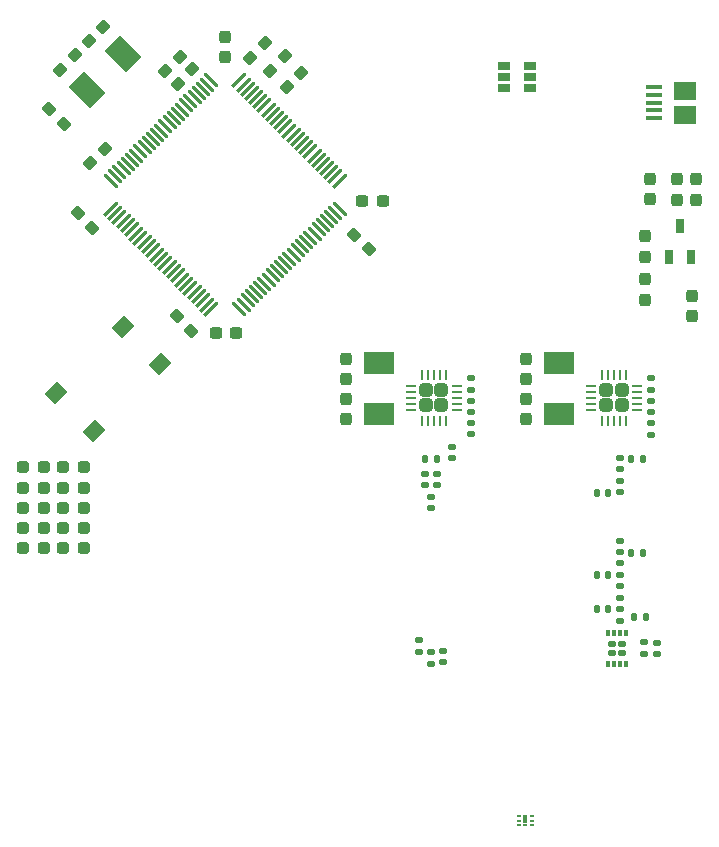
<source format=gbr>
%TF.GenerationSoftware,KiCad,Pcbnew,(6.0.1)*%
%TF.CreationDate,2022-01-19T11:33:41-06:00*%
%TF.ProjectId,Telemetry_KiCAD_Project,54656c65-6d65-4747-9279-5f4b69434144,rev?*%
%TF.SameCoordinates,Original*%
%TF.FileFunction,Paste,Top*%
%TF.FilePolarity,Positive*%
%FSLAX46Y46*%
G04 Gerber Fmt 4.6, Leading zero omitted, Abs format (unit mm)*
G04 Created by KiCad (PCBNEW (6.0.1)) date 2022-01-19 11:33:41*
%MOMM*%
%LPD*%
G01*
G04 APERTURE LIST*
G04 Aperture macros list*
%AMRoundRect*
0 Rectangle with rounded corners*
0 $1 Rounding radius*
0 $2 $3 $4 $5 $6 $7 $8 $9 X,Y pos of 4 corners*
0 Add a 4 corners polygon primitive as box body*
4,1,4,$2,$3,$4,$5,$6,$7,$8,$9,$2,$3,0*
0 Add four circle primitives for the rounded corners*
1,1,$1+$1,$2,$3*
1,1,$1+$1,$4,$5*
1,1,$1+$1,$6,$7*
1,1,$1+$1,$8,$9*
0 Add four rect primitives between the rounded corners*
20,1,$1+$1,$2,$3,$4,$5,0*
20,1,$1+$1,$4,$5,$6,$7,0*
20,1,$1+$1,$6,$7,$8,$9,0*
20,1,$1+$1,$8,$9,$2,$3,0*%
%AMRotRect*
0 Rectangle, with rotation*
0 The origin of the aperture is its center*
0 $1 length*
0 $2 width*
0 $3 Rotation angle, in degrees counterclockwise*
0 Add horizontal line*
21,1,$1,$2,0,0,$3*%
G04 Aperture macros list end*
%ADD10RoundRect,0.237500X0.287500X0.237500X-0.287500X0.237500X-0.287500X-0.237500X0.287500X-0.237500X0*%
%ADD11RoundRect,0.237500X-0.044194X-0.380070X0.380070X0.044194X0.044194X0.380070X-0.380070X-0.044194X0*%
%ADD12RotRect,1.900000X2.600000X225.000000*%
%ADD13R,2.600000X1.900000*%
%ADD14RoundRect,0.140000X0.170000X-0.140000X0.170000X0.140000X-0.170000X0.140000X-0.170000X-0.140000X0*%
%ADD15RoundRect,0.140000X-0.170000X0.140000X-0.170000X-0.140000X0.170000X-0.140000X0.170000X0.140000X0*%
%ADD16RoundRect,0.135000X0.185000X-0.135000X0.185000X0.135000X-0.185000X0.135000X-0.185000X-0.135000X0*%
%ADD17RoundRect,0.140000X-0.140000X-0.170000X0.140000X-0.170000X0.140000X0.170000X-0.140000X0.170000X0*%
%ADD18RoundRect,0.147500X-0.172500X0.147500X-0.172500X-0.147500X0.172500X-0.147500X0.172500X0.147500X0*%
%ADD19RoundRect,0.147500X0.147500X0.172500X-0.147500X0.172500X-0.147500X-0.172500X0.147500X-0.172500X0*%
%ADD20RoundRect,0.147500X-0.147500X-0.172500X0.147500X-0.172500X0.147500X0.172500X-0.147500X0.172500X0*%
%ADD21RoundRect,0.147500X0.172500X-0.147500X0.172500X0.147500X-0.172500X0.147500X-0.172500X-0.147500X0*%
%ADD22RoundRect,0.140000X0.140000X0.170000X-0.140000X0.170000X-0.140000X-0.170000X0.140000X-0.170000X0*%
%ADD23RoundRect,0.250000X0.315000X-0.315000X0.315000X0.315000X-0.315000X0.315000X-0.315000X-0.315000X0*%
%ADD24RoundRect,0.062500X0.362500X-0.062500X0.362500X0.062500X-0.362500X0.062500X-0.362500X-0.062500X0*%
%ADD25RoundRect,0.062500X0.062500X-0.362500X0.062500X0.362500X-0.062500X0.362500X-0.062500X-0.362500X0*%
%ADD26R,0.650000X1.220000*%
%ADD27RoundRect,0.087500X-0.087500X0.200000X-0.087500X-0.200000X0.087500X-0.200000X0.087500X0.200000X0*%
%ADD28RoundRect,0.145000X-0.205000X0.145000X-0.205000X-0.145000X0.205000X-0.145000X0.205000X0.145000X0*%
%ADD29RoundRect,0.237500X0.237500X-0.287500X0.237500X0.287500X-0.237500X0.287500X-0.237500X-0.287500X0*%
%ADD30RoundRect,0.237500X0.237500X-0.300000X0.237500X0.300000X-0.237500X0.300000X-0.237500X-0.300000X0*%
%ADD31RoundRect,0.237500X-0.237500X0.300000X-0.237500X-0.300000X0.237500X-0.300000X0.237500X0.300000X0*%
%ADD32R,0.310000X0.695000*%
%ADD33R,0.310000X0.230000*%
%ADD34R,0.340000X0.190000*%
%ADD35R,0.340000X0.230000*%
%ADD36RoundRect,0.075000X-0.565685X-0.459619X-0.459619X-0.565685X0.565685X0.459619X0.459619X0.565685X0*%
%ADD37RoundRect,0.075000X-0.565685X0.459619X0.459619X-0.565685X0.565685X-0.459619X-0.459619X0.565685X0*%
%ADD38RoundRect,0.237500X0.044194X0.380070X-0.380070X-0.044194X-0.044194X-0.380070X0.380070X0.044194X0*%
%ADD39RoundRect,0.237500X-0.380070X0.044194X0.044194X-0.380070X0.380070X-0.044194X-0.044194X0.380070X0*%
%ADD40RoundRect,0.237500X-0.300000X-0.237500X0.300000X-0.237500X0.300000X0.237500X-0.300000X0.237500X0*%
%ADD41RoundRect,0.237500X0.300000X0.237500X-0.300000X0.237500X-0.300000X-0.237500X0.300000X-0.237500X0*%
%ADD42RoundRect,0.237500X0.380070X-0.044194X-0.044194X0.380070X-0.380070X0.044194X0.044194X-0.380070X0*%
%ADD43R,1.900000X1.500000*%
%ADD44R,1.350000X0.400000*%
%ADD45RoundRect,0.237500X-0.035355X-0.371231X0.371231X0.035355X0.035355X0.371231X-0.371231X-0.035355X0*%
%ADD46R,1.060000X0.650000*%
%ADD47RotRect,1.550000X1.300000X45.000000*%
G04 APERTURE END LIST*
D10*
%TO.C,D6*%
X101150000Y-101900000D03*
X99400000Y-101900000D03*
%TD*%
D11*
%TO.C,C34*%
X111420000Y-61560000D03*
X112639760Y-60340240D03*
%TD*%
D12*
%TO.C,Y3*%
X107849354Y-60075646D03*
X104808794Y-63116206D03*
%TD*%
D13*
%TO.C,Y2*%
X144740000Y-90595000D03*
X144740000Y-86295000D03*
%TD*%
%TO.C,Y1*%
X129490000Y-90595000D03*
X129490000Y-86295000D03*
%TD*%
D10*
%TO.C,R10*%
X104495000Y-95100000D03*
X102745000Y-95100000D03*
%TD*%
%TO.C,R9*%
X104495000Y-96800000D03*
X102745000Y-96800000D03*
%TD*%
%TO.C,R8*%
X104495000Y-98500000D03*
X102745000Y-98500000D03*
%TD*%
%TO.C,R7*%
X104495000Y-100200000D03*
X102745000Y-100200000D03*
%TD*%
%TO.C,R6*%
X104495000Y-101900000D03*
X102745000Y-101900000D03*
%TD*%
%TO.C,D5*%
X101145000Y-100200000D03*
X99395000Y-100200000D03*
%TD*%
%TO.C,D4*%
X101145000Y-98500000D03*
X99395000Y-98500000D03*
%TD*%
%TO.C,D3*%
X101145000Y-96800000D03*
X99395000Y-96800000D03*
%TD*%
%TO.C,D2*%
X101145000Y-95100000D03*
X99395000Y-95100000D03*
%TD*%
D14*
%TO.C,C19*%
X152540000Y-92310000D03*
X152540000Y-91350000D03*
%TD*%
D15*
%TO.C,C17*%
X152540000Y-89440000D03*
X152540000Y-90400000D03*
%TD*%
%TO.C,C15*%
X152540000Y-87540000D03*
X152540000Y-88500000D03*
%TD*%
D14*
%TO.C,C5*%
X137300000Y-92280000D03*
X137300000Y-91320000D03*
%TD*%
D15*
%TO.C,C3*%
X137300000Y-89440000D03*
X137300000Y-90400000D03*
%TD*%
%TO.C,C1*%
X137300000Y-87540000D03*
X137300000Y-88500000D03*
%TD*%
D16*
%TO.C,R1*%
X151980000Y-110910000D03*
X151980000Y-109890000D03*
%TD*%
D17*
%TO.C,C12*%
X151130000Y-107740000D03*
X152090000Y-107740000D03*
%TD*%
%TO.C,C11*%
X147960000Y-107120000D03*
X148920000Y-107120000D03*
%TD*%
D18*
%TO.C,L11*%
X149900000Y-105170000D03*
X149900000Y-106140000D03*
%TD*%
%TO.C,L10*%
X149900000Y-103230000D03*
X149900000Y-104200000D03*
%TD*%
%TO.C,L9*%
X149900000Y-101317501D03*
X149900000Y-102287501D03*
%TD*%
D19*
%TO.C,L8*%
X148910000Y-97220000D03*
X147940000Y-97220000D03*
%TD*%
D18*
%TO.C,L7*%
X149900000Y-96220000D03*
X149900000Y-97190000D03*
%TD*%
D20*
%TO.C,L6*%
X150880000Y-94350000D03*
X151850000Y-94350000D03*
%TD*%
D21*
%TO.C,L5*%
X153030000Y-110900000D03*
X153030000Y-109930000D03*
%TD*%
D18*
%TO.C,L4*%
X149900000Y-107110000D03*
X149900000Y-108080000D03*
%TD*%
%TO.C,L3*%
X133900000Y-110730000D03*
X133900000Y-111700000D03*
%TD*%
%TO.C,L2*%
X134420000Y-95635000D03*
X134420000Y-96605000D03*
%TD*%
D20*
%TO.C,L1*%
X133437500Y-94350000D03*
X134407500Y-94350000D03*
%TD*%
D22*
%TO.C,C22*%
X148920000Y-104220000D03*
X147960000Y-104220000D03*
%TD*%
D17*
%TO.C,C21*%
X150880000Y-102300000D03*
X151840000Y-102300000D03*
%TD*%
D15*
%TO.C,C20*%
X149900000Y-94307500D03*
X149900000Y-95267500D03*
%TD*%
D14*
%TO.C,C10*%
X134910000Y-111570000D03*
X134910000Y-110610000D03*
%TD*%
%TO.C,C9*%
X132890000Y-110710000D03*
X132890000Y-109750000D03*
%TD*%
D15*
%TO.C,C8*%
X133900000Y-97590000D03*
X133900000Y-98550000D03*
%TD*%
%TO.C,C7*%
X133400000Y-95640000D03*
X133400000Y-96600000D03*
%TD*%
%TO.C,C6*%
X135700000Y-93340000D03*
X135700000Y-94300000D03*
%TD*%
D23*
%TO.C,U6*%
X150050000Y-88550000D03*
X148750000Y-88550000D03*
X150050000Y-89850000D03*
X148750000Y-89850000D03*
D24*
X147475000Y-90200000D03*
X147475000Y-89700000D03*
X147475000Y-89200000D03*
X147475000Y-88700000D03*
X147475000Y-88200000D03*
D25*
X148400000Y-87275000D03*
X148900000Y-87275000D03*
X149400000Y-87275000D03*
X149900000Y-87275000D03*
X150400000Y-87275000D03*
D24*
X151325000Y-88200000D03*
X151325000Y-88700000D03*
X151325000Y-89200000D03*
X151325000Y-89700000D03*
X151325000Y-90200000D03*
D25*
X150400000Y-91125000D03*
X149900000Y-91125000D03*
X149400000Y-91125000D03*
X148900000Y-91125000D03*
X148400000Y-91125000D03*
%TD*%
D26*
%TO.C,U4*%
X154050000Y-77270000D03*
X155950000Y-77270000D03*
X155000000Y-74650000D03*
%TD*%
D27*
%TO.C,U2*%
X150400000Y-111707500D03*
X149900000Y-111707500D03*
X149400000Y-111707500D03*
X148900000Y-111707500D03*
X148900000Y-109132500D03*
X149400000Y-109132500D03*
X149900000Y-109132500D03*
X150400000Y-109132500D03*
D28*
X149215000Y-110785000D03*
X150085000Y-110785000D03*
X149215000Y-110055000D03*
X150085000Y-110055000D03*
%TD*%
D25*
%TO.C,U1*%
X133150000Y-91125000D03*
X133650000Y-91125000D03*
X134150000Y-91125000D03*
X134650000Y-91125000D03*
X135150000Y-91125000D03*
D24*
X136075000Y-90200000D03*
X136075000Y-89700000D03*
X136075000Y-89200000D03*
X136075000Y-88700000D03*
X136075000Y-88200000D03*
D25*
X135150000Y-87275000D03*
X134650000Y-87275000D03*
X134150000Y-87275000D03*
X133650000Y-87275000D03*
X133150000Y-87275000D03*
D24*
X132225000Y-88200000D03*
X132225000Y-88700000D03*
X132225000Y-89200000D03*
X132225000Y-89700000D03*
X132225000Y-90200000D03*
D23*
X133500000Y-89850000D03*
X134800000Y-89850000D03*
X133500000Y-88550000D03*
X134800000Y-88550000D03*
%TD*%
D29*
%TO.C,R3*%
X151990000Y-80899999D03*
X151990000Y-79149999D03*
%TD*%
%TO.C,R2*%
X151990000Y-77270001D03*
X151990000Y-75520001D03*
%TD*%
D30*
%TO.C,FB1*%
X152470000Y-72409999D03*
X152470000Y-70684999D03*
%TD*%
D29*
%TO.C,D1*%
X154770000Y-72445000D03*
X154770000Y-70695000D03*
%TD*%
D30*
%TO.C,C18*%
X141970000Y-87620000D03*
X141970000Y-85895000D03*
%TD*%
D31*
%TO.C,C16*%
X141970000Y-89280000D03*
X141970000Y-91005000D03*
%TD*%
%TO.C,C14*%
X155970000Y-82295000D03*
X155970000Y-80570000D03*
%TD*%
D30*
%TO.C,C13*%
X156370000Y-72432500D03*
X156370000Y-70707500D03*
%TD*%
%TO.C,C4*%
X126719999Y-87620000D03*
X126719999Y-85895000D03*
%TD*%
D31*
%TO.C,C2*%
X126720000Y-90995001D03*
X126720000Y-89270001D03*
%TD*%
D32*
%TO.C,U3*%
X141895000Y-124822500D03*
D33*
X141895000Y-125410000D03*
D34*
X142450000Y-125000000D03*
D35*
X142450000Y-125410000D03*
X142450000Y-124590000D03*
X141340000Y-125410000D03*
D34*
X141340000Y-125000000D03*
D35*
X141340000Y-124590000D03*
%TD*%
D36*
%TO.C,U7*%
X117684404Y-62330315D03*
X118037957Y-62683868D03*
X118391511Y-63037422D03*
X118745064Y-63390975D03*
X119098617Y-63744528D03*
X119452171Y-64098082D03*
X119805724Y-64451635D03*
X120159278Y-64805189D03*
X120512831Y-65158742D03*
X120866384Y-65512295D03*
X121219938Y-65865849D03*
X121573491Y-66219402D03*
X121927045Y-66572955D03*
X122280598Y-66926509D03*
X122634151Y-67280062D03*
X122987705Y-67633616D03*
X123341258Y-67987169D03*
X123694811Y-68340722D03*
X124048365Y-68694276D03*
X124401918Y-69047829D03*
X124755472Y-69401383D03*
X125109025Y-69754936D03*
X125462578Y-70108489D03*
X125816132Y-70462043D03*
X126169685Y-70815596D03*
D37*
X126169685Y-73184404D03*
X125816132Y-73537957D03*
X125462578Y-73891511D03*
X125109025Y-74245064D03*
X124755472Y-74598617D03*
X124401918Y-74952171D03*
X124048365Y-75305724D03*
X123694811Y-75659278D03*
X123341258Y-76012831D03*
X122987705Y-76366384D03*
X122634151Y-76719938D03*
X122280598Y-77073491D03*
X121927045Y-77427045D03*
X121573491Y-77780598D03*
X121219938Y-78134151D03*
X120866384Y-78487705D03*
X120512831Y-78841258D03*
X120159278Y-79194811D03*
X119805724Y-79548365D03*
X119452171Y-79901918D03*
X119098617Y-80255472D03*
X118745064Y-80609025D03*
X118391511Y-80962578D03*
X118037957Y-81316132D03*
X117684404Y-81669685D03*
D36*
X115315596Y-81669685D03*
X114962043Y-81316132D03*
X114608489Y-80962578D03*
X114254936Y-80609025D03*
X113901383Y-80255472D03*
X113547829Y-79901918D03*
X113194276Y-79548365D03*
X112840722Y-79194811D03*
X112487169Y-78841258D03*
X112133616Y-78487705D03*
X111780062Y-78134151D03*
X111426509Y-77780598D03*
X111072955Y-77427045D03*
X110719402Y-77073491D03*
X110365849Y-76719938D03*
X110012295Y-76366384D03*
X109658742Y-76012831D03*
X109305189Y-75659278D03*
X108951635Y-75305724D03*
X108598082Y-74952171D03*
X108244528Y-74598617D03*
X107890975Y-74245064D03*
X107537422Y-73891511D03*
X107183868Y-73537957D03*
X106830315Y-73184404D03*
D37*
X106830315Y-70815596D03*
X107183868Y-70462043D03*
X107537422Y-70108489D03*
X107890975Y-69754936D03*
X108244528Y-69401383D03*
X108598082Y-69047829D03*
X108951635Y-68694276D03*
X109305189Y-68340722D03*
X109658742Y-67987169D03*
X110012295Y-67633616D03*
X110365849Y-67280062D03*
X110719402Y-66926509D03*
X111072955Y-66572955D03*
X111426509Y-66219402D03*
X111780062Y-65865849D03*
X112133616Y-65512295D03*
X112487169Y-65158742D03*
X112840722Y-64805189D03*
X113194276Y-64451635D03*
X113547829Y-64098082D03*
X113901383Y-63744528D03*
X114254936Y-63390975D03*
X114608489Y-63037422D03*
X114962043Y-62683868D03*
X115315596Y-62330315D03*
%TD*%
D38*
%TO.C,C24*%
X106150000Y-57800000D03*
X104930240Y-59019760D03*
%TD*%
D11*
%TO.C,C25*%
X102525000Y-61425000D03*
X103744760Y-60205240D03*
%TD*%
D30*
%TO.C,C26*%
X116500000Y-60362500D03*
X116500000Y-58637500D03*
%TD*%
D11*
%TO.C,C27*%
X119819760Y-59180240D03*
X118600000Y-60400000D03*
%TD*%
D39*
%TO.C,C28*%
X127400000Y-75400000D03*
X128619760Y-76619760D03*
%TD*%
D40*
%TO.C,C29*%
X129825001Y-72500000D03*
X128100001Y-72500000D03*
%TD*%
D41*
%TO.C,C30*%
X115700000Y-83700000D03*
X117425000Y-83700000D03*
%TD*%
D39*
%TO.C,C31*%
X113619760Y-83519760D03*
X112400000Y-82300000D03*
%TD*%
D42*
%TO.C,C32*%
X105244195Y-74802773D03*
X104024435Y-73583013D03*
%TD*%
D38*
%TO.C,C33*%
X105080239Y-69319760D03*
X106299999Y-68100000D03*
%TD*%
D11*
%TO.C,C35*%
X113698669Y-61402397D03*
X112478909Y-62622157D03*
%TD*%
D43*
%TO.C,J4*%
X155457500Y-63220000D03*
D44*
X152757500Y-64870000D03*
X152757500Y-65520000D03*
X152757500Y-62920000D03*
X152757500Y-63570000D03*
X152757500Y-64220000D03*
D43*
X155457500Y-65220000D03*
%TD*%
D45*
%TO.C,R4*%
X121700000Y-62900000D03*
X122937436Y-61662564D03*
%TD*%
%TO.C,R5*%
X121537436Y-60262564D03*
X120300000Y-61500000D03*
%TD*%
D46*
%TO.C,U5*%
X142310000Y-62060000D03*
X142310000Y-61110000D03*
X142310000Y-63010000D03*
X140110000Y-63010000D03*
X140110000Y-62060000D03*
X140110000Y-61110000D03*
%TD*%
D42*
%TO.C,C23*%
X102800000Y-65980000D03*
X101580240Y-64760240D03*
%TD*%
D47*
%TO.C,SW1*%
X105376705Y-92005275D03*
X102194725Y-88823295D03*
X107823295Y-83194725D03*
X111005275Y-86376705D03*
%TD*%
M02*

</source>
